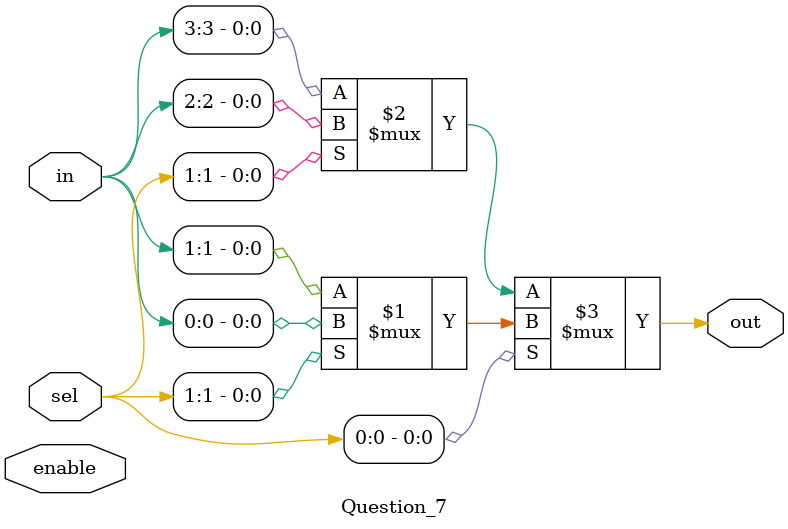
<source format=v>

module Question_7(in, sel, out, enable);

	input [3:0] in;
	input [1:0] sel;
	input enable;
	output out;
	
	
	assign out = sel[0] ? (sel[1] ? in[0]:in[1]) : (sel[1] ? in[2]:in[3]);
/*	assign a = in[3] & sel[0] & sel[1];
	assign b = in[2] & sel[0] & ~sel[1];
	assign c = in[1] & ~sel[0] & sel[1];
	assign d = in[0] & ~sel[0] & ~sel[1];
*/	


endmodule
</source>
